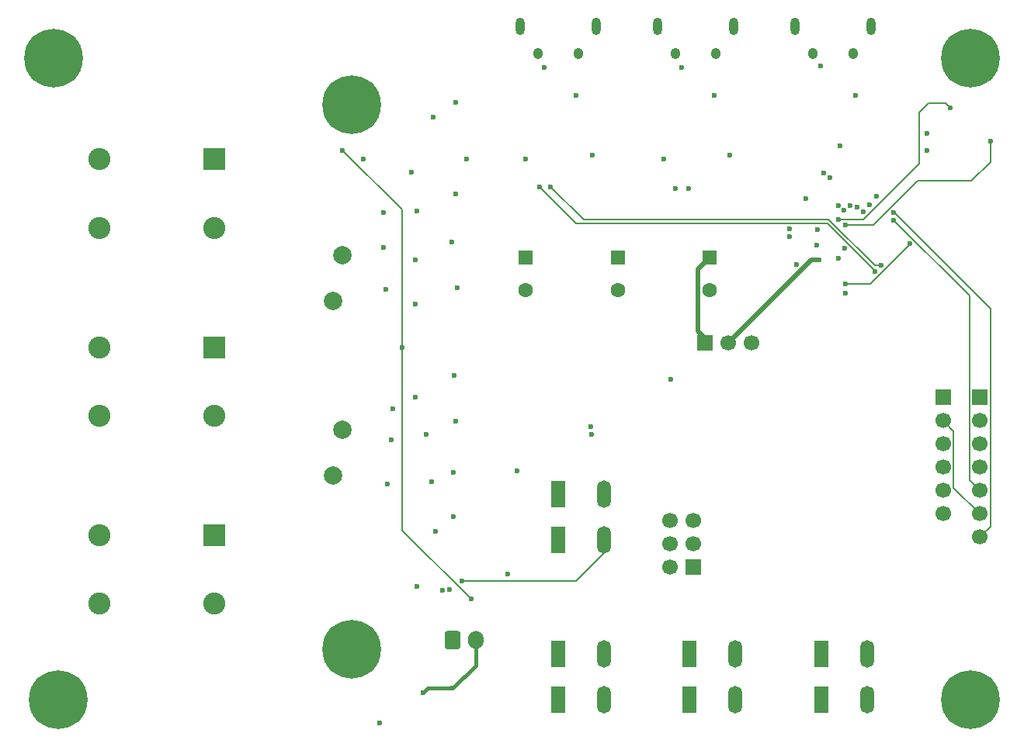
<source format=gbr>
G04 #@! TF.GenerationSoftware,KiCad,Pcbnew,9.0.1+1*
G04 #@! TF.CreationDate,2025-05-13T02:01:05+00:00*
G04 #@! TF.ProjectId,akkupack-ng,616b6b75-7061-4636-9b2d-6e672e6b6963,rev?*
G04 #@! TF.SameCoordinates,Original*
G04 #@! TF.FileFunction,Copper,L3,Inr*
G04 #@! TF.FilePolarity,Positive*
%FSLAX46Y46*%
G04 Gerber Fmt 4.6, Leading zero omitted, Abs format (unit mm)*
G04 Created by KiCad (PCBNEW 9.0.1+1) date 2025-05-13 02:01:05*
%MOMM*%
%LPD*%
G01*
G04 APERTURE LIST*
G04 #@! TA.AperFunction,ComponentPad*
%ADD10R,2.413000X2.413000*%
G04 #@! TD*
G04 #@! TA.AperFunction,ComponentPad*
%ADD11C,2.413000*%
G04 #@! TD*
G04 #@! TA.AperFunction,ComponentPad*
%ADD12R,1.700000X1.700000*%
G04 #@! TD*
G04 #@! TA.AperFunction,ComponentPad*
%ADD13C,1.700000*%
G04 #@! TD*
G04 #@! TA.AperFunction,ComponentPad*
%ADD14C,6.400000*%
G04 #@! TD*
G04 #@! TA.AperFunction,ComponentPad*
%ADD15R,1.500000X3.000000*%
G04 #@! TD*
G04 #@! TA.AperFunction,ComponentPad*
%ADD16O,1.500000X3.000000*%
G04 #@! TD*
G04 #@! TA.AperFunction,HeatsinkPad*
%ADD17O,1.000000X1.900000*%
G04 #@! TD*
G04 #@! TA.AperFunction,HeatsinkPad*
%ADD18O,1.050000X1.250000*%
G04 #@! TD*
G04 #@! TA.AperFunction,ComponentPad*
%ADD19C,2.000000*%
G04 #@! TD*
G04 #@! TA.AperFunction,ComponentPad*
%ADD20R,1.600000X1.600000*%
G04 #@! TD*
G04 #@! TA.AperFunction,ComponentPad*
%ADD21C,1.600000*%
G04 #@! TD*
G04 #@! TA.AperFunction,ComponentPad*
%ADD22O,1.700000X2.000000*%
G04 #@! TD*
G04 #@! TA.AperFunction,ViaPad*
%ADD23C,0.600000*%
G04 #@! TD*
G04 #@! TA.AperFunction,Conductor*
%ADD24C,0.400000*%
G04 #@! TD*
G04 #@! TA.AperFunction,Conductor*
%ADD25C,0.200000*%
G04 #@! TD*
G04 #@! TA.AperFunction,Conductor*
%ADD26C,0.500000*%
G04 #@! TD*
G04 #@! TA.AperFunction,Conductor*
%ADD27C,1.000000*%
G04 #@! TD*
G04 APERTURE END LIST*
D10*
X72500000Y-61000000D03*
D11*
X60000000Y-61000000D03*
X72500000Y-68500000D03*
X60000000Y-68500000D03*
D12*
X152000000Y-87000000D03*
D13*
X152000000Y-89540000D03*
X152000000Y-92080000D03*
X152000000Y-94620000D03*
X152000000Y-97160000D03*
X152000000Y-99700000D03*
D12*
X156000000Y-87000000D03*
D13*
X156000000Y-89540000D03*
X156000000Y-92080000D03*
X156000000Y-94620000D03*
X156000000Y-97160000D03*
X156000000Y-99700000D03*
X156000000Y-102240000D03*
D14*
X155000000Y-120000000D03*
D15*
X110000000Y-115000000D03*
X110000000Y-120000000D03*
D16*
X115000000Y-115000000D03*
X115000000Y-120000000D03*
D17*
X114175000Y-46460000D03*
D18*
X112225000Y-49460000D03*
X107775000Y-49460000D03*
D17*
X105825000Y-46460000D03*
D15*
X138700000Y-115000000D03*
X138700000Y-120000000D03*
D16*
X143700000Y-115000000D03*
X143700000Y-120000000D03*
D19*
X85500000Y-76500000D03*
X86500000Y-71500000D03*
D14*
X87500000Y-55000000D03*
D20*
X106500000Y-71750000D03*
D21*
X106500000Y-75250000D03*
D10*
X72500000Y-81500000D03*
D11*
X60000000Y-81500000D03*
X72500000Y-89000000D03*
X60000000Y-89000000D03*
D10*
X72500000Y-102000000D03*
D11*
X60000000Y-102000000D03*
X72500000Y-109500000D03*
X60000000Y-109500000D03*
D14*
X55500000Y-120000000D03*
X87500000Y-114500000D03*
D19*
X85500000Y-95500000D03*
X86500000Y-90500000D03*
D15*
X124350000Y-115000000D03*
X124350000Y-120000000D03*
D16*
X129350000Y-115000000D03*
X129350000Y-120000000D03*
D14*
X155000000Y-50000000D03*
G04 #@! TA.AperFunction,ComponentPad*
G36*
G01*
X97650000Y-114225000D02*
X97650000Y-112725000D01*
G75*
G02*
X97900000Y-112475000I250000J0D01*
G01*
X99100000Y-112475000D01*
G75*
G02*
X99350000Y-112725000I0J-250000D01*
G01*
X99350000Y-114225000D01*
G75*
G02*
X99100000Y-114475000I-250000J0D01*
G01*
X97900000Y-114475000D01*
G75*
G02*
X97650000Y-114225000I0J250000D01*
G01*
G37*
G04 #@! TD.AperFunction*
D22*
X101000000Y-113475000D03*
D20*
X116500000Y-71750000D03*
D21*
X116500000Y-75250000D03*
D15*
X110000500Y-97500000D03*
X110000500Y-102500000D03*
D16*
X115000500Y-97500000D03*
X115000500Y-102500000D03*
D17*
X144175000Y-46460000D03*
D18*
X142225000Y-49460000D03*
X137775000Y-49460000D03*
D17*
X135825000Y-46460000D03*
D20*
X126500000Y-71750000D03*
D21*
X126500000Y-75250000D03*
D14*
X55000000Y-50000000D03*
D12*
X126000000Y-81000000D03*
D13*
X128540000Y-81000000D03*
X131080000Y-81000000D03*
D17*
X129175000Y-46460000D03*
D18*
X127225000Y-49460000D03*
X122775000Y-49460000D03*
D17*
X120825000Y-46460000D03*
D12*
X124775000Y-105540000D03*
D13*
X122235000Y-105540000D03*
X124775000Y-103000000D03*
X122235000Y-103000000D03*
X124775000Y-100460000D03*
X122235000Y-100460000D03*
D23*
X98800000Y-89600000D03*
X138300000Y-68700000D03*
X94000000Y-62400000D03*
X94600000Y-66600000D03*
X91400000Y-96400000D03*
X98700000Y-84600000D03*
X91800000Y-91600000D03*
X98600000Y-95200000D03*
X94400000Y-87000000D03*
X94400000Y-76800000D03*
X96400000Y-56400000D03*
X98600000Y-100000000D03*
X94400000Y-72000000D03*
X95600000Y-91000000D03*
X98800000Y-64800000D03*
X92000000Y-88200000D03*
X91000000Y-66800000D03*
X98400000Y-70000000D03*
X96200000Y-96200000D03*
X99000000Y-75000000D03*
X91200000Y-75200000D03*
X91000000Y-70600000D03*
X96600000Y-101600000D03*
X140600000Y-71800000D03*
X98800000Y-54800000D03*
X138200000Y-70400000D03*
X100000000Y-61000000D03*
X88750000Y-61000000D03*
X105500000Y-95000000D03*
X90500000Y-122500000D03*
X104500000Y-106300000D03*
X98500000Y-118750000D03*
X95250000Y-119250000D03*
X100500000Y-109000000D03*
X93000000Y-81500000D03*
X86500000Y-60000000D03*
X113600737Y-90200737D03*
X97400000Y-108000000D03*
X135250000Y-68600000D03*
X141275735Y-70724265D03*
X94600000Y-107600000D03*
X98199965Y-107992582D03*
X113625250Y-91025250D03*
X135250000Y-69400003D03*
X148375735Y-70224265D03*
X141350000Y-74600000D03*
X136000000Y-72500000D03*
X122250000Y-85000000D03*
X144750000Y-65000000D03*
X137000000Y-65250000D03*
X141350000Y-75600000D03*
X150200000Y-60000000D03*
X152800000Y-55400000D03*
X140600000Y-67600000D03*
X139000000Y-62500000D03*
X150200000Y-58200000D03*
X157200000Y-59000000D03*
X141350000Y-68200000D03*
X123500000Y-51000000D03*
X127000000Y-54000000D03*
X128750000Y-60500000D03*
X121500000Y-61000000D03*
X99500000Y-107000000D03*
X139650000Y-63000000D03*
X140750000Y-59500000D03*
X124200000Y-64200000D03*
X140602510Y-66004669D03*
X122800000Y-64200000D03*
X141202607Y-66533710D03*
X144556564Y-73200000D03*
X108000000Y-64000000D03*
X109200000Y-64000000D03*
X145200000Y-72600000D03*
X146624265Y-67624265D03*
X141857592Y-66074364D03*
X143250000Y-66750000D03*
X143956564Y-65983036D03*
X142650000Y-66184313D03*
X108500000Y-51000000D03*
X112000000Y-54000000D03*
X113750000Y-60500000D03*
X106500000Y-61000000D03*
X138600000Y-50800000D03*
X142400000Y-54000000D03*
X146600000Y-66800000D03*
X138488146Y-71954836D03*
D24*
X101000000Y-116250000D02*
X98500000Y-118750000D01*
X98500000Y-118750000D02*
X95750000Y-118750000D01*
X95750000Y-118750000D02*
X95250000Y-119250000D01*
X101000000Y-113475000D02*
X101000000Y-116250000D01*
D25*
X93000000Y-66500000D02*
X86500000Y-60000000D01*
X93000000Y-101500000D02*
X93000000Y-81500000D01*
X100500000Y-109000000D02*
X93000000Y-101500000D01*
X93000000Y-81500000D02*
X93000000Y-66500000D01*
X148375735Y-70272794D02*
X148375735Y-70224265D01*
X141350000Y-74600000D02*
X144048529Y-74600000D01*
X144048529Y-74600000D02*
X148375735Y-70272794D01*
X152275000Y-54875000D02*
X150425000Y-54875000D01*
X143248529Y-67600000D02*
X140600000Y-67600000D01*
X150425000Y-54875000D02*
X149411765Y-55888235D01*
X149411765Y-55888235D02*
X149411765Y-61436765D01*
X149411765Y-61436765D02*
X143248529Y-67600000D01*
X152800000Y-55400000D02*
X152275000Y-54875000D01*
X157200000Y-61275000D02*
X157200000Y-59000000D01*
X141350000Y-68200000D02*
X144351471Y-68200000D01*
X144351471Y-68200000D02*
X149175736Y-63375736D01*
X149175736Y-63375736D02*
X155099264Y-63375736D01*
X155099264Y-63375736D02*
X157200000Y-61275000D01*
X99500000Y-107000000D02*
X112000000Y-107000000D01*
X115000500Y-103999500D02*
X115000500Y-102500000D01*
X112000000Y-107000000D02*
X115000500Y-103999500D01*
D26*
X125249000Y-79749000D02*
X126000000Y-80500000D01*
X126500000Y-71750000D02*
X125249000Y-73001000D01*
X125249000Y-73001000D02*
X125249000Y-79749000D01*
D27*
X126500000Y-71750000D02*
X126750000Y-71500000D01*
D26*
X126000000Y-80500000D02*
X126000000Y-81000000D01*
D25*
X144556564Y-73156564D02*
X139400000Y-68000000D01*
X144556564Y-73200000D02*
X144556564Y-73156564D01*
X108000000Y-64000000D02*
X112000000Y-68000000D01*
X112000000Y-68000000D02*
X139400000Y-68000000D01*
X145200000Y-72600000D02*
X144565686Y-72600000D01*
X112800000Y-67600000D02*
X109200000Y-64000000D01*
X139600000Y-67634314D02*
X139600000Y-67600000D01*
X139600000Y-67600000D02*
X112800000Y-67600000D01*
X144565686Y-72600000D02*
X139600000Y-67634314D01*
X154850000Y-75850000D02*
X154850000Y-96010000D01*
X146624265Y-67624265D02*
X154850000Y-75850000D01*
X154850000Y-96010000D02*
X156000000Y-97160000D01*
X153150000Y-90690000D02*
X153150000Y-96850000D01*
X152000000Y-89540000D02*
X153150000Y-90690000D01*
X153150000Y-96850000D02*
X156000000Y-99700000D01*
X146648529Y-66800000D02*
X157150000Y-77301471D01*
X157150000Y-101090000D02*
X156000000Y-102240000D01*
X146600000Y-66800000D02*
X146648529Y-66800000D01*
X157150000Y-77301471D02*
X157150000Y-101090000D01*
D26*
X128562075Y-81000000D02*
X137607239Y-71954836D01*
X128540000Y-81000000D02*
X128562075Y-81000000D01*
X137607239Y-71954836D02*
X138488146Y-71954836D01*
M02*

</source>
